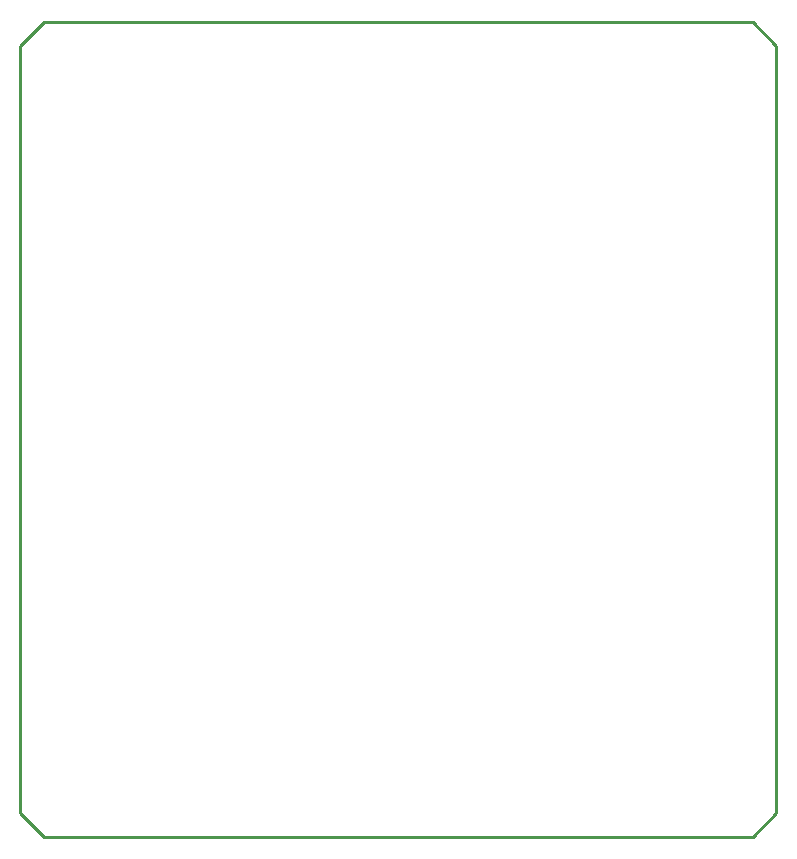
<source format=gm1>
%FSLAX43Y43*%
%MOMM*%
G71*
G01*
G75*
G04 Layer_Color=16711935*
%ADD10R,1.016X1.270*%
%ADD11R,1.270X1.016*%
%ADD12R,2.032X2.032*%
%ADD13C,0.800*%
%ADD14C,0.254*%
%ADD15C,5.000*%
%ADD16C,1.778*%
%ADD17C,3.048*%
%ADD18R,3.048X3.048*%
%ADD19C,1.800*%
%ADD20C,1.270*%
%ADD21R,2.032X2.032*%
%ADD22C,0.051*%
%ADD23C,0.203*%
%ADD24C,0.305*%
%ADD25R,1.219X1.473*%
%ADD26R,1.473X1.219*%
%ADD27R,2.235X2.235*%
%ADD28C,5.203*%
%ADD29C,1.981*%
%ADD30C,3.251*%
%ADD31R,3.251X3.251*%
%ADD32C,2.003*%
%ADD33C,1.473*%
%ADD34R,2.235X2.235*%
%ADD35C,0.100*%
G54D14*
X53000Y89000D02*
X56000D01*
X51000Y87000D02*
X53000Y89000D01*
X51000Y30000D02*
Y87000D01*
X56000Y89000D02*
X113000D01*
X115000Y87000D01*
Y28000D02*
Y87000D01*
X115000Y22000D02*
Y28000D01*
X113000Y20000D02*
X115000Y22000D01*
X53000Y20000D02*
X113000D01*
X51000Y22000D02*
X53000Y20000D01*
X51000Y22000D02*
Y30000D01*
X115000Y28000D02*
X115000Y28000D01*
X51000Y30000D02*
X51000Y30000D01*
M02*

</source>
